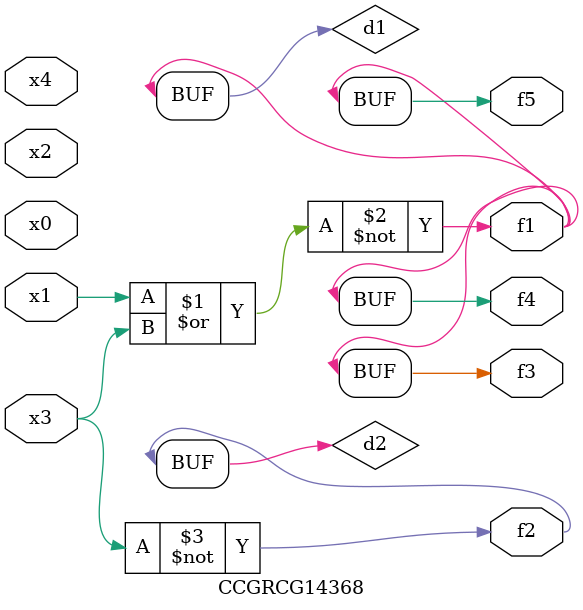
<source format=v>
module CCGRCG14368(
	input x0, x1, x2, x3, x4,
	output f1, f2, f3, f4, f5
);

	wire d1, d2;

	nor (d1, x1, x3);
	not (d2, x3);
	assign f1 = d1;
	assign f2 = d2;
	assign f3 = d1;
	assign f4 = d1;
	assign f5 = d1;
endmodule

</source>
